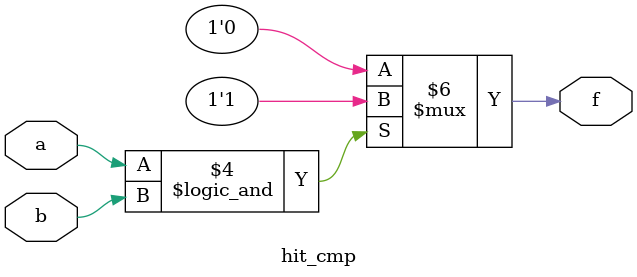
<source format=sv>
module hit_cmp 
(
	input a, b,
	output logic f
);

always_comb
begin
	if (a == 1 && b == 1) f = 1;
	else f = 0;
end


endmodule: hit_cmp
</source>
